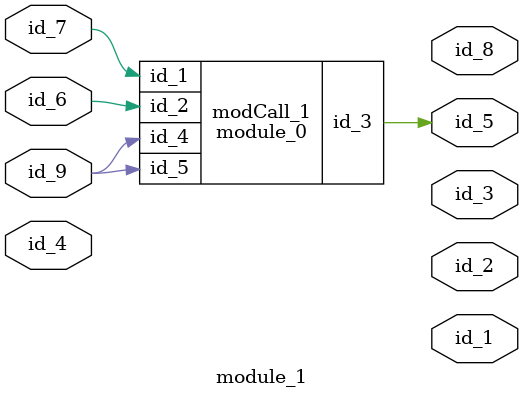
<source format=v>
module module_0 (
    id_1,
    id_2,
    id_3,
    id_4,
    id_5
);
  input wire id_5;
  input wire id_4;
  output wire id_3;
  input wire id_2;
  input wire id_1;
  assign id_3 = id_2 == 1 ? id_1 : 1;
endmodule
module module_1 (
    id_1,
    id_2,
    id_3,
    id_4,
    id_5,
    id_6,
    id_7,
    id_8,
    id_9
);
  inout wire id_9;
  output wire id_8;
  inout wire id_7;
  inout wire id_6;
  output wire id_5;
  input wire id_4;
  output wire id_3;
  output wire id_2;
  output wire id_1;
  wire id_10;
  module_0 modCall_1 (
      id_7,
      id_6,
      id_5,
      id_9,
      id_9
  );
endmodule

</source>
